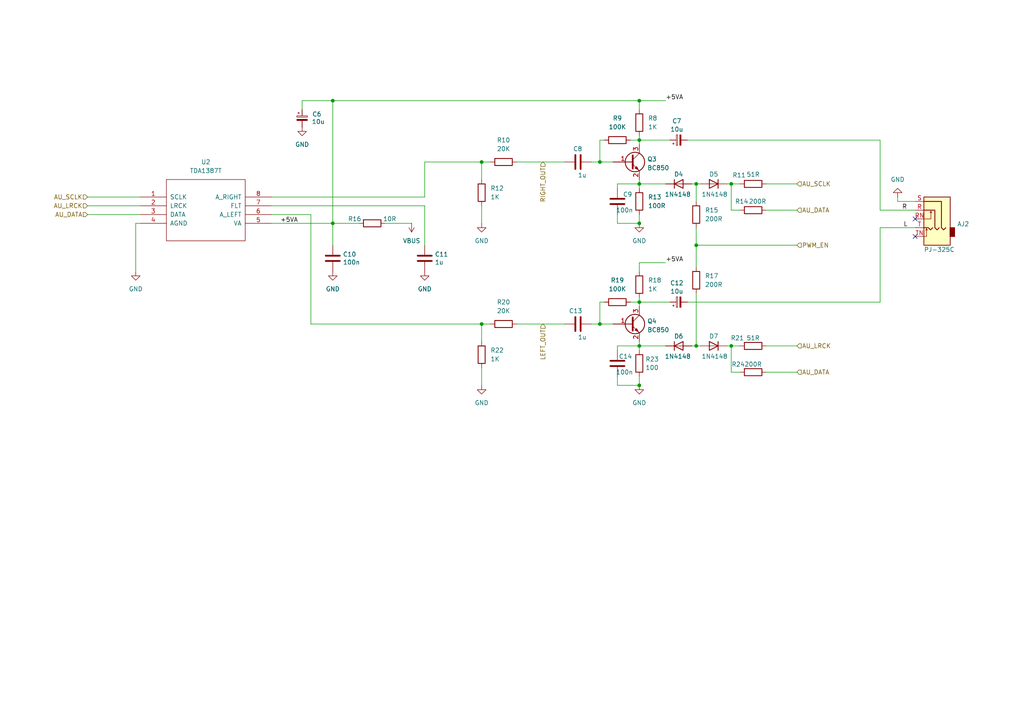
<source format=kicad_sch>
(kicad_sch (version 20231120) (generator "eeschema") (generator_version "8.0")
  (paper "A4")
  (title_block (title "Frank M2") (date "2025-01-31") (rev "1.0") (company "Mikhail Matveev") (comment 1 "https://github.com/xtremespb/frank"))
  (lib_symbols
    (symbol "Connector_Audio:AudioJack3_SwitchTR"
      (property "Reference" "J" (at 0 8.89 0))
      (property "Value" "AudioJack3_SwitchTR" (at 0 6.35 0))
      (symbol "AudioJack3_SwitchTR_0_1"
        (rectangle (start -5.08 -5.08) (end -6.35 -7.62) (stroke (width 0.254)) (fill (type outline)))
        (polyline (pts (xy 0.508 -0.254) (xy 0.762 -0.762)))
        (polyline (pts (xy 1.778 -5.334) (xy 2.032 -5.842)))
        (polyline (pts (xy 0 -5.08) (xy 0.635 -5.715) (xy 1.27 -5.08) (xy 2.54 -5.08)) (stroke (width 0.254)))
        (polyline (pts (xy 2.54 -7.62) (xy 1.778 -7.62) (xy 1.778 -5.334) (xy 1.524 -5.842)))
        (polyline (pts (xy 2.54 -2.54) (xy 0.508 -2.54) (xy 0.508 -0.254) (xy 0.254 -0.762)))
        (polyline (pts (xy -1.905 -5.08) (xy -1.27 -5.715) (xy -0.635 -5.08) (xy -0.635 0) (xy 2.54 0)) (stroke (width 0.254)))
        (polyline (pts (xy 2.54 2.54) (xy -2.54 2.54) (xy -2.54 -5.08) (xy -3.175 -5.715) (xy -3.81 -5.08)) (stroke (width 0.254)))
        (rectangle (start 2.54 3.81) (end -5.08 -10.16) (stroke (width 0.254)) (fill (type background)))
      )
      (symbol "AudioJack3_SwitchTR_1_1"
        (pin passive line (at 5.08 0 180) (length 2.54) (name "~") (number "R"))
        (pin passive line (at 5.08 -2.54 180) (length 2.54) (name "~") (number "RN"))
        (pin passive line (at 5.08 2.54 180) (length 2.54) (name "~") (number "S"))
        (pin passive line (at 5.08 -5.08 180) (length 2.54) (name "~") (number "T"))
        (pin passive line (at 5.08 -7.62 180) (length 2.54) (name "~") (number "TN"))
      )
    )
    (symbol "D_1" (pin_numbers hide) (pin_names (offset 1.016) hide)
      (property "Reference" "D" (at 0 2.54 0))
      (property "Value" "D" (at 0 -2.54 0))
      (symbol "D_1_0_1"
        (polyline (pts (xy -1.27 1.27) (xy -1.27 -1.27)) (stroke (width 0.254)))
        (polyline (pts (xy 1.27 0) (xy -1.27 0)))
        (polyline (pts (xy 1.27 1.27) (xy 1.27 -1.27) (xy -1.27 0) (xy 1.27 1.27)) (stroke (width 0.254)))
      )
      (symbol "D_1_1_1"
        (pin passive line (at -3.81 0 0) (length 2.54) (name "K") (number "1"))
        (pin passive line (at 3.81 0 180) (length 2.54) (name "A") (number "2"))
      )
    )
    (symbol "D_2" (pin_numbers hide) (pin_names (offset 1.016) hide)
      (property "Reference" "D" (at 0 2.54 0))
      (property "Value" "D" (at 0 -2.54 0))
      (symbol "D_2_0_1"
        (polyline (pts (xy -1.27 1.27) (xy -1.27 -1.27)) (stroke (width 0.254)))
        (polyline (pts (xy 1.27 0) (xy -1.27 0)))
        (polyline (pts (xy 1.27 1.27) (xy 1.27 -1.27) (xy -1.27 0) (xy 1.27 1.27)) (stroke (width 0.254)))
      )
      (symbol "D_2_1_1"
        (pin passive line (at -3.81 0 0) (length 2.54) (name "K") (number "1"))
        (pin passive line (at 3.81 0 180) (length 2.54) (name "A") (number "2"))
      )
    )
    (symbol "D_3" (pin_numbers hide) (pin_names (offset 1.016) hide)
      (property "Reference" "D" (at 0 2.54 0))
      (property "Value" "D" (at 0 -2.54 0))
      (symbol "D_3_0_1"
        (polyline (pts (xy -1.27 1.27) (xy -1.27 -1.27)) (stroke (width 0.254)))
        (polyline (pts (xy 1.27 0) (xy -1.27 0)))
        (polyline (pts (xy 1.27 1.27) (xy 1.27 -1.27) (xy -1.27 0) (xy 1.27 1.27)) (stroke (width 0.254)))
      )
      (symbol "D_3_1_1"
        (pin passive line (at -3.81 0 0) (length 2.54) (name "K") (number "1"))
        (pin passive line (at 3.81 0 180) (length 2.54) (name "A") (number "2"))
      )
    )
    (symbol "Device:C" (pin_numbers hide) (pin_names (offset 0.254))
      (property "Reference" "C" (at 0.635 2.54 0))
      (property "Value" "C" (at 0.635 -2.54 0))
      (symbol "C_0_1"
        (polyline (pts (xy -2.032 -0.762) (xy 2.032 -0.762)) (stroke (width 0.508)))
        (polyline (pts (xy -2.032 0.762) (xy 2.032 0.762)) (stroke (width 0.508)))
      )
      (symbol "C_1_1"
        (pin passive line (at 0 3.81 270) (length 2.794) (name "~") (number "1"))
        (pin passive line (at 0 -3.81 90) (length 2.794) (name "~") (number "2"))
      )
    )
    (symbol "Device:C_Polarized_Small" (pin_numbers hide) (pin_names (offset 0.254) hide)
      (property "Reference" "C" (at 0.254 1.778 0))
      (property "Value" "C_Polarized_Small" (at 0.254 -2.032 0))
      (symbol "C_Polarized_Small_0_1"
        (rectangle (start -1.524 -0.3048) (end 1.524 -0.6858) (fill (type outline)))
        (rectangle (start -1.524 0.6858) (end 1.524 0.3048))
        (polyline (pts (xy -1.27 1.524) (xy -0.762 1.524)))
        (polyline (pts (xy -1.016 1.27) (xy -1.016 1.778)))
      )
      (symbol "C_Polarized_Small_1_1"
        (pin passive line (at 0 2.54 270) (length 1.8542) (name "~") (number "1"))
        (pin passive line (at 0 -2.54 90) (length 1.8542) (name "~") (number "2"))
      )
    )
    (symbol "Device:D" (pin_numbers hide) (pin_names (offset 1.016) hide)
      (property "Reference" "D" (at 0 2.54 0))
      (property "Value" "D" (at 0 -2.54 0))
      (symbol "D_0_1"
        (polyline (pts (xy -1.27 1.27) (xy -1.27 -1.27)) (stroke (width 0.254)))
        (polyline (pts (xy 1.27 0) (xy -1.27 0)))
        (polyline (pts (xy 1.27 1.27) (xy 1.27 -1.27) (xy -1.27 0) (xy 1.27 1.27)) (stroke (width 0.254)))
      )
      (symbol "D_1_1"
        (pin passive line (at -3.81 0 0) (length 2.54) (name "K") (number "1"))
        (pin passive line (at 3.81 0 180) (length 2.54) (name "A") (number "2"))
      )
    )
    (symbol "Device:R" (pin_numbers hide) (pin_names (offset 0))
      (property "Reference" "R" (at 2.032 0 90))
      (property "Value" "R" (at 0 0 90))
      (symbol "R_0_1"
        (rectangle (start -1.016 -2.54) (end 1.016 2.54) (stroke (width 0.254)))
      )
      (symbol "R_1_1"
        (pin passive line (at 0 3.81 270) (length 1.27) (name "~") (number "1"))
        (pin passive line (at 0 -3.81 90) (length 1.27) (name "~") (number "2"))
      )
    )
    (symbol "FRANK:TDA1387T" (pin_names (offset 1.016))
      (property "Reference" "U4" (at 0 12.9075 0))
      (property "Value" "TDA1387T" (at 0 10.4832 0))
      (symbol "TDA1387T_1_0"
        (rectangle (start -11.43 -8.89) (end 11.43 8.89))
      )
      (symbol "TDA1387T_1_1"
        (pin input line (at -19.05 3.81 0) (length 7.62) (name "SCLK") (number "1"))
        (pin input line (at -19.05 1.27 0) (length 7.62) (name "LRCK") (number "2"))
        (pin input line (at -19.05 -1.27 0) (length 7.62) (name "DATA") (number "3"))
        (pin input line (at -19.05 -3.81 0) (length 7.62) (name "AGND") (number "4"))
        (pin input line (at 19.05 -3.81 180) (length 7.62) (name "VA") (number "5"))
        (pin input line (at 19.05 -1.27 180) (length 7.62) (name "A_LEFT") (number "6"))
        (pin input line (at 19.05 1.27 180) (length 7.62) (name "FLT") (number "7"))
        (pin input line (at 19.05 3.81 180) (length 7.62) (name "A_RIGHT") (number "8"))
      )
    )
    (symbol "GND_1" (power) (pin_numbers hide) (pin_names (offset 0) hide)
      (property "Value" "GND" (at 0 -3.81 0))
      (symbol "GND_1_0_1"
        (polyline (pts (xy 0 0) (xy 0 -1.27) (xy 1.27 -1.27) (xy 0 -2.54) (xy -1.27 -1.27) (xy 0 -1.27)))
      )
      (symbol "GND_1_1_1"
        (pin power_in line (at 0 0 270) (length 0) (name "~") (number "1"))
      )
    )
    (symbol "GND_2" (power) (pin_numbers hide) (pin_names (offset 0) hide)
      (property "Value" "GND" (at 0 -3.81 0))
      (symbol "GND_2_0_1"
        (polyline (pts (xy 0 0) (xy 0 -1.27) (xy 1.27 -1.27) (xy 0 -2.54) (xy -1.27 -1.27) (xy 0 -1.27)))
      )
      (symbol "GND_2_1_1"
        (pin power_in line (at 0 0 270) (length 0) (name "~") (number "1"))
      )
    )
    (symbol "Transistor_BJT:BC850" (pin_names (offset 0) hide)
      (property "Reference" "Q" (at 5.08 1.905 0))
      (property "Value" "BC850" (at 5.08 0 0))
      (symbol "BC850_0_1"
        (polyline (pts (xy 0.635 0.635) (xy 2.54 2.54)))
        (polyline (pts (xy 0.635 -0.635) (xy 2.54 -2.54) (xy 2.54 -2.54)))
        (polyline (pts (xy 0.635 1.905) (xy 0.635 -1.905) (xy 0.635 -1.905)) (stroke (width 0.508)))
        (polyline (pts (xy 1.27 -1.778) (xy 1.778 -1.27) (xy 2.286 -2.286) (xy 1.27 -1.778) (xy 1.27 -1.778)) (fill (type outline)))
        (circle (center 1.27 0) (radius 2.8194) (stroke (width 0.254)))
      )
      (symbol "BC850_1_1"
        (pin input line (at -5.08 0 0) (length 5.715) (name "B") (number "1"))
        (pin passive line (at 2.54 -5.08 90) (length 2.54) (name "E") (number "2"))
        (pin passive line (at 2.54 5.08 270) (length 2.54) (name "C") (number "3"))
      )
    )
    (symbol "power:VBUS" (power) (pin_numbers hide) (pin_names (offset 0) hide)
      (property "Value" "VBUS" (at 0 3.556 0))
      (symbol "VBUS_0_1"
        (polyline (pts (xy -0.762 1.27) (xy 0 2.54)))
        (polyline (pts (xy 0 0) (xy 0 2.54)))
        (polyline (pts (xy 0 2.54) (xy 0.762 1.27)))
      )
      (symbol "VBUS_1_1"
        (pin power_in line (at 0 0 90) (length 0) (name "~") (number "1"))
      )
    )
  )
  (junction (at 201.93 53.34))
  (junction (at 185.42 53.34))
  (junction (at 201.93 100.33))
  (junction (at 212.09 100.33))
  (junction (at 139.7 46.99))
  (junction (at 185.42 40.64))
  (junction (at 139.7 93.98))
  (junction (at 185.42 100.33))
  (junction (at 212.09 53.34))
  (junction (at 185.42 87.63))
  (junction (at 96.52 29.21))
  (junction (at 185.42 29.21))
  (junction (at 173.99 93.98))
  (junction (at 96.52 64.77))
  (junction (at 201.93 71.12))
  (junction (at 185.42 111.76))
  (junction (at 185.42 64.77))
  (junction (at 173.99 46.99))
  (no_connect (at 265.43 68.58))
  (no_connect (at 265.43 63.5))
  (wire (pts (xy 199.39 40.64) (xy 255.27 40.64)))
  (wire (pts (xy 185.42 53.34) (xy 185.42 52.07)))
  (wire (pts (xy 185.42 87.63) (xy 185.42 88.9)))
  (wire (pts (xy 214.63 107.95) (xy 212.09 107.95)))
  (wire (pts (xy 185.42 40.64) (xy 194.31 40.64)))
  (wire (pts (xy 171.45 93.98) (xy 173.99 93.98)))
  (wire (pts (xy 39.37 64.77) (xy 39.37 78.74)))
  (wire (pts (xy 255.27 87.63) (xy 255.27 66.04)))
  (wire (pts (xy 185.42 76.2) (xy 193.04 76.2)))
  (wire (pts (xy 139.7 93.98) (xy 142.24 93.98)))
  (wire (pts (xy 25.4 62.23) (xy 40.64 62.23)))
  (wire (pts (xy 171.45 46.99) (xy 173.99 46.99)))
  (wire (pts (xy 179.07 100.33) (xy 185.42 100.33)))
  (wire (pts (xy 90.17 93.98) (xy 90.17 62.23)))
  (wire (pts (xy 201.93 71.12) (xy 201.93 77.47)))
  (wire (pts (xy 200.66 100.33) (xy 201.93 100.33)))
  (wire (pts (xy 203.2 100.33) (xy 201.93 100.33)))
  (wire (pts (xy 185.42 40.64) (xy 185.42 41.91)))
  (wire (pts (xy 96.52 29.21) (xy 96.52 64.77)))
  (wire (pts (xy 222.25 60.96) (xy 231.14 60.96)))
  (wire (pts (xy 210.82 53.34) (xy 212.09 53.34)))
  (wire (pts (xy 210.82 100.33) (xy 212.09 100.33)))
  (wire (pts (xy 39.37 64.77) (xy 40.64 64.77)))
  (wire (pts (xy 222.25 100.33) (xy 231.14 100.33)))
  (wire (pts (xy 139.7 59.69) (xy 139.7 64.77)))
  (wire (pts (xy 212.09 107.95) (xy 212.09 100.33)))
  (wire (pts (xy 203.2 53.34) (xy 201.93 53.34)))
  (wire (pts (xy 25.4 59.69) (xy 40.64 59.69)))
  (wire (pts (xy 173.99 40.64) (xy 173.99 46.99)))
  (wire (pts (xy 96.52 64.77) (xy 96.52 71.12)))
  (wire (pts (xy 149.86 93.98) (xy 163.83 93.98)))
  (wire (pts (xy 212.09 60.96) (xy 212.09 53.34)))
  (wire (pts (xy 201.93 85.09) (xy 201.93 100.33)))
  (wire (pts (xy 139.7 46.99) (xy 139.7 52.07)))
  (wire (pts (xy 265.43 60.96) (xy 255.27 60.96)))
  (wire (pts (xy 175.26 87.63) (xy 173.99 87.63)))
  (wire (pts (xy 149.86 46.99) (xy 163.83 46.99)))
  (wire (pts (xy 185.42 100.33) (xy 185.42 99.06)))
  (wire (pts (xy 222.25 107.95) (xy 231.14 107.95)))
  (wire (pts (xy 182.88 87.63) (xy 185.42 87.63)))
  (wire (pts (xy 255.27 60.96) (xy 255.27 40.64)))
  (wire (pts (xy 173.99 46.99) (xy 177.8 46.99)))
  (wire (pts (xy 185.42 100.33) (xy 185.42 101.6)))
  (wire (pts (xy 96.52 64.77) (xy 104.14 64.77)))
  (wire (pts (xy 185.42 86.36) (xy 185.42 87.63)))
  (wire (pts (xy 212.09 100.33) (xy 214.63 100.33)))
  (wire (pts (xy 265.43 58.42) (xy 260.35 58.42)))
  (wire (pts (xy 200.66 53.34) (xy 201.93 53.34)))
  (wire (pts (xy 123.19 59.69) (xy 123.19 71.12)))
  (wire (pts (xy 173.99 87.63) (xy 173.99 93.98)))
  (wire (pts (xy 90.17 93.98) (xy 139.7 93.98)))
  (wire (pts (xy 78.74 62.23) (xy 90.17 62.23)))
  (wire (pts (xy 179.07 111.76) (xy 185.42 111.76)))
  (wire (pts (xy 201.93 53.34) (xy 201.93 58.42)))
  (wire (pts (xy 182.88 40.64) (xy 185.42 40.64)))
  (wire (pts (xy 214.63 60.96) (xy 212.09 60.96)))
  (wire (pts (xy 185.42 29.21) (xy 96.52 29.21)))
  (wire (pts (xy 139.7 93.98) (xy 139.7 99.06)))
  (wire (pts (xy 123.19 57.15) (xy 123.19 46.99)))
  (wire (pts (xy 179.07 109.22) (xy 179.07 111.76)))
  (wire (pts (xy 201.93 71.12) (xy 231.14 71.12)))
  (wire (pts (xy 255.27 66.04) (xy 265.43 66.04)))
  (wire (pts (xy 139.7 106.68) (xy 139.7 111.76)))
  (wire (pts (xy 179.07 64.77) (xy 185.42 64.77)))
  (wire (pts (xy 173.99 93.98) (xy 177.8 93.98)))
  (wire (pts (xy 193.04 100.33) (xy 185.42 100.33)))
  (wire (pts (xy 87.63 29.21) (xy 96.52 29.21)))
  (wire (pts (xy 179.07 101.6) (xy 179.07 100.33)))
  (wire (pts (xy 78.74 64.77) (xy 96.52 64.77)))
  (wire (pts (xy 179.07 53.34) (xy 185.42 53.34)))
  (wire (pts (xy 175.26 40.64) (xy 173.99 40.64)))
  (wire (pts (xy 78.74 59.69) (xy 123.19 59.69)))
  (wire (pts (xy 185.42 109.22) (xy 185.42 111.76)))
  (wire (pts (xy 25.4 57.15) (xy 40.64 57.15)))
  (wire (pts (xy 193.04 53.34) (xy 185.42 53.34)))
  (wire (pts (xy 185.42 53.34) (xy 185.42 54.61)))
  (wire (pts (xy 185.42 62.23) (xy 185.42 64.77)))
  (wire (pts (xy 111.76 64.77) (xy 119.38 64.77)))
  (wire (pts (xy 139.7 46.99) (xy 142.24 46.99)))
  (wire (pts (xy 185.42 39.37) (xy 185.42 40.64)))
  (wire (pts (xy 260.35 58.42) (xy 260.35 57.15)))
  (wire (pts (xy 179.07 54.61) (xy 179.07 53.34)))
  (wire (pts (xy 185.42 31.75) (xy 185.42 29.21)))
  (wire (pts (xy 179.07 62.23) (xy 179.07 64.77)))
  (wire (pts (xy 123.19 46.99) (xy 139.7 46.99)))
  (wire (pts (xy 185.42 87.63) (xy 194.31 87.63)))
  (wire (pts (xy 78.74 57.15) (xy 123.19 57.15)))
  (wire (pts (xy 199.39 87.63) (xy 255.27 87.63)))
  (wire (pts (xy 201.93 66.04) (xy 201.93 71.12)))
  (wire (pts (xy 212.09 53.34) (xy 214.63 53.34)))
  (wire (pts (xy 87.63 31.75) (xy 87.63 29.21)))
  (wire (pts (xy 222.25 53.34) (xy 231.14 53.34)))
  (wire (pts (xy 185.42 29.21) (xy 193.04 29.21)))
  (wire (pts (xy 185.42 78.74) (xy 185.42 76.2)))
  (label "L" (at 262.0368 66.04 0))
  (label "+5VA" (at 193.04 29.21 0))
  (label "R" (at 261.62 60.96 0))
  (label "+5VA" (at 193.04 76.2 0))
  (label "+5VA" (at 81.28 64.77 0))
  (hierarchical_label "AU_LRCK" (shape input) (at 231.14 100.33 0))
  (hierarchical_label "AU_DATA" (shape input) (at 231.14 107.95 0))
  (hierarchical_label "AU_SCLK" (shape input) (at 25.4 57.15 180))
  (hierarchical_label "AU_DATA" (shape input) (at 231.14 60.96 0))
  (hierarchical_label "AU_LRCK" (shape input) (at 25.4 59.69 180))
  (hierarchical_label "PWM_EN" (shape input) (at 231.14 71.12 0))
  (hierarchical_label "RIGHT_OUT" (shape input) (at 157.48 46.99 270))
  (hierarchical_label "LEFT_OUT" (shape input) (at 157.48 93.98 270))
  (hierarchical_label "AU_SCLK" (shape input) (at 231.14 53.34 0))
  (hierarchical_label "AU_DATA" (shape input) (at 25.4 62.23 180))
  (symbol (lib_name "GND_2") (lib_id "power:GND") (at 185.42 64.77 0) (unit 1)
    (property "Reference" "#PWR021" (effects (hide yes)))
    (property "Value" "GND" (at 185.42 69.85 0))
    (property "Description" "Power symbol creates a global label with name \"GND\" , ground" (effects (hide yes)))
    (instances (project "38NJU24" (path "" (reference "#PWR021") (unit 1))) (project "38NJU24" (path "" (reference "#PWR043") (unit 1))))
  )
  (symbol (lib_id "Device:R") (at 218.44 100.33 90) (unit 1)
    (property "Reference" "R21" (at 213.868 98.044 90))
    (property "Value" "51R" (at 218.44 98.044 90))
    (property "Footprint" "FRANK:Resistor (0805)" (effects (hide yes)))
    (property "Datasheet" "https://www.vishay.com/docs/28952/mcs0402at-mct0603at-mcu0805at-mca1206at.pdf" (effects (hide yes)))
    (property "AliExpress" "https://www.aliexpress.com/item/1005005945735199.html" (effects (hide yes)))
    (instances (project "38NJU24" (path "" (reference "R21") (unit 1))) (project "38NJU24" (path "" (reference "R31") (unit 1))))
  )
  (symbol (lib_name "GND_2") (lib_id "power:GND") (at 123.19 78.74 0) (unit 1)
    (property "Reference" "#PWR024" (effects (hide yes)))
    (property "Value" "GND" (at 123.19 83.82 0))
    (property "Description" "Power symbol creates a global label with name \"GND\" , ground" (effects (hide yes)))
    (instances (project "38NJU24" (path "" (reference "#PWR024") (unit 1))) (project "38NJU24" (path "" (reference "#PWR046") (unit 1))))
  )
  (symbol (lib_id "Device:C") (at 123.19 74.93 0) (unit 1)
    (property "Reference" "C11" (at 126.111 73.7616 0) (effects (justify left)))
    (property "Value" "1u" (at 126.111 76.073 0) (effects (justify left)))
    (property "Footprint" "FRANK:Capacitor (0805)" (effects (hide yes)))
    (property "Datasheet" "https://eu.mouser.com/datasheet/2/40/KGM_X7R-3223212.pdf" (effects (hide yes)))
    (property "AliExpress" "https://www.aliexpress.com/item/33008008276.html" (effects (hide yes)))
    (instances (project "38NJU24" (path "" (reference "C11") (unit 1))) (project "38NJU24" (path "" (reference "C26") (unit 1))))
  )
  (symbol (lib_name "D_2") (lib_id "Device:D") (at 207.01 100.33 0) (mirror y) (unit 1)
    (property "Reference" "D7" (at 207.01 97.536 0))
    (property "Value" "1N4148" (at 207.264 103.378 0))
    (property "Footprint" "FRANK:Diode (SOD-323)" (effects (hide yes)))
    (property "Datasheet" "https://www.vishay.com/docs/40002/293d.pdf" (effects (hide yes)))
    (property "Description" "Diode" (effects (hide yes)))
    (property "Sim.Device" "D" (effects (hide yes)))
    (property "Sim.Pins" "1=K 2=A" (effects (hide yes)))
    (property "AliExpress" "https://www.aliexpress.com/item/1005005707644429.html" (effects (hide yes)))
    (instances (project "38NJU24" (path "" (reference "D7") (unit 1))) (project "38NJU24" (path "" (reference "D8") (unit 1))))
  )
  (symbol (lib_id "Transistor_BJT:BC850") (at 182.88 93.98 0) (unit 1)
    (property "Reference" "Q4" (at 187.7314 93.1453 0) (effects (justify left)))
    (property "Value" "BC850" (at 187.7314 95.6822 0) (effects (justify left)))
    (property "Footprint" "FRANK:SOT-23" (effects (hide yes)))
    (property "Datasheet" "http://www.infineon.com/dgdl/Infineon-BC847SERIES_BC848SERIES_BC849SERIES_BC850SERIES-DS-v01_01-en.pdf?fileId=db3a304314dca389011541d4630a1657" (effects (hide yes)))
    (property "AliExpress" "https://www.aliexpress.com/item/33017911878.html" (effects (hide yes)))
    (instances (project "38NJU24" (path "" (reference "Q4") (unit 1))) (project "38NJU24" (path "" (reference "Q2") (unit 1))))
  )
  (symbol (lib_id "Device:R") (at 218.44 60.96 90) (unit 1)
    (property "Reference" "R14" (at 215.138 58.42 90))
    (property "Value" "200R" (at 219.71 58.42 90))
    (property "Footprint" "FRANK:Resistor (0805)" (effects (hide yes)))
    (property "Datasheet" "https://www.vishay.com/docs/28952/mcs0402at-mct0603at-mcu0805at-mca1206at.pdf" (effects (hide yes)))
    (property "AliExpress" "https://www.aliexpress.com/item/1005005945735199.html" (effects (hide yes)))
    (instances (project "38NJU24" (path "" (reference "R14") (unit 1))) (project "38NJU24" (path "" (reference "R24") (unit 1))))
  )
  (symbol (lib_id "Device:R") (at 139.7 55.88 0) (unit 1)
    (property "Reference" "R12" (at 142.24 54.6099 0) (effects (justify left)))
    (property "Value" "1K" (at 142.24 57.1499 0) (effects (justify left)))
    (property "Footprint" "FRANK:Resistor (0805)" (effects (hide yes)))
    (property "Datasheet" "https://www.vishay.com/docs/28952/mcs0402at-mct0603at-mcu0805at-mca1206at.pdf" (effects (hide yes)))
    (property "AliExpress" "https://www.vishay.com/docs/28952/mcs0402at-mct0603at-mcu0805at-mca1206at.pdf" (effects (hide yes)))
    (instances (project "38NJU24" (path "" (reference "R12") (unit 1))) (project "38NJU24" (path "" (reference "R22") (unit 1))))
  )
  (symbol (lib_id "Device:R") (at 185.42 35.56 0) (unit 1)
    (property "Reference" "R8" (at 187.96 34.2899 0) (effects (justify left)))
    (property "Value" "1K" (at 187.96 36.8299 0) (effects (justify left)))
    (property "Footprint" "FRANK:Resistor (0805)" (effects (hide yes)))
    (property "Datasheet" "https://www.vishay.com/docs/28952/mcs0402at-mct0603at-mcu0805at-mca1206at.pdf" (effects (hide yes)))
    (property "AliExpress" "https://www.vishay.com/docs/28952/mcs0402at-mct0603at-mcu0805at-mca1206at.pdf" (effects (hide yes)))
    (instances (project "38NJU24" (path "" (reference "R8") (unit 1))) (project "38NJU24" (path "" (reference "R18") (unit 1))))
  )
  (symbol (lib_name "D_3") (lib_id "Device:D") (at 196.85 53.34 0) (unit 1)
    (property "Reference" "D4" (at 196.85 50.546 0))
    (property "Value" "1N4148" (at 196.596 56.388 0))
    (property "Footprint" "FRANK:Diode (SOD-323)" (effects (hide yes)))
    (property "Datasheet" "https://www.vishay.com/docs/40002/293d.pdf" (effects (hide yes)))
    (property "Description" "Diode" (effects (hide yes)))
    (property "Sim.Device" "D" (effects (hide yes)))
    (property "Sim.Pins" "1=K 2=A" (effects (hide yes)))
    (property "AliExpress" "https://www.aliexpress.com/item/1005005707644429.html" (effects (hide yes)))
    (instances (project "38NJU24" (path "" (reference "D4") (unit 1))) (project "38NJU24" (path "" (reference "D5") (unit 1))))
  )
  (symbol (lib_id "Device:C") (at 179.07 105.41 180) (unit 1)
    (property "Reference" "C14" (at 183.388 103.378 0) (effects (justify left)))
    (property "Value" "100n" (at 183.642 107.95 0) (effects (justify left)))
    (property "Footprint" "FRANK:Capacitor (0805)" (effects (hide yes)))
    (property "Datasheet" "https://eu.mouser.com/datasheet/2/40/KGM_X7R-3223212.pdf" (effects (hide yes)))
    (property "AliExpress" "https://www.aliexpress.com/item/33008008276.html" (effects (hide yes)))
    (instances (project "38NJU24" (path "" (reference "C14") (unit 1))) (project "38NJU24" (path "" (reference "C29") (unit 1))))
  )
  (symbol (lib_name "GND_1") (lib_id "power:GND") (at 260.35 57.15 180) (unit 1)
    (property "Reference" "#PWR018" (effects (hide yes)))
    (property "Value" "GND" (at 260.35 52.07 0))
    (property "Description" "Power symbol creates a global label with name \"GND\" , ground" (effects (hide yes)))
    (instances (project "" (path "" (reference "#PWR018") (unit 1))) (project "" (path "" (reference "#PWR040") (unit 1))))
  )
  (symbol (lib_id "Device:R") (at 179.07 87.63 90) (unit 1)
    (property "Reference" "R19" (at 179.07 81.28 90))
    (property "Value" "100K" (at 179.07 83.82 90))
    (property "Footprint" "FRANK:Resistor (0805)" (effects (hide yes)))
    (property "Datasheet" "https://www.vishay.com/docs/28952/mcs0402at-mct0603at-mcu0805at-mca1206at.pdf" (effects (hide yes)))
    (property "AliExpress" "https://www.aliexpress.com/item/1005005945735199.html" (effects (hide yes)))
    (instances (project "38NJU24" (path "" (reference "R19") (unit 1))) (project "38NJU24" (path "" (reference "R29") (unit 1))))
  )
  (symbol (lib_name "GND_2") (lib_id "power:GND") (at 139.7 64.77 0) (unit 1)
    (property "Reference" "#PWR020" (effects (hide yes)))
    (property "Value" "GND" (at 139.7 69.85 0))
    (property "Description" "Power symbol creates a global label with name \"GND\" , ground" (effects (hide yes)))
    (instances (project "38NJU24" (path "" (reference "#PWR020") (unit 1))) (project "38NJU24" (path "" (reference "#PWR042") (unit 1))))
  )
  (symbol (lib_id "Transistor_BJT:BC850") (at 182.88 46.99 0) (unit 1)
    (property "Reference" "Q3" (at 187.7314 46.1553 0) (effects (justify left)))
    (property "Value" "BC850" (at 187.7314 48.6922 0) (effects (justify left)))
    (property "Footprint" "FRANK:SOT-23" (effects (hide yes)))
    (property "Datasheet" "http://www.infineon.com/dgdl/Infineon-BC847SERIES_BC848SERIES_BC849SERIES_BC850SERIES-DS-v01_01-en.pdf?fileId=db3a304314dca389011541d4630a1657" (effects (hide yes)))
    (property "AliExpress" "https://www.aliexpress.com/item/33017911878.html" (effects (hide yes)))
    (instances (project "38NJU24" (path "" (reference "Q3") (unit 1))) (project "38NJU24" (path "" (reference "Q1") (unit 1))))
  )
  (symbol (lib_id "FRANK:TDA1387T") (at 59.69 60.96 0) (unit 1)
    (property "Reference" "U2" (at 59.69 46.99 0))
    (property "Value" "TDA1387T" (at 59.69 49.53 0))
    (property "Footprint" "FRANK:SO-8" (effects (hide yes)))
    (property "Datasheet" "https://github.com/xtremespb/frank/blob/master/hardware/minifrank_gen2/DOCS/TDA1387T.pdf" (effects (hide yes)))
    (property "AliExpress" "https://www.aliexpress.com/item/32995595000.html" (effects (hide yes)))
    (instances (project "38NJU24" (path "" (reference "U2") (unit 1))) (project "38NJU24" (path "" (reference "U5") (unit 1))))
  )
  (symbol (lib_id "Device:R") (at 218.44 53.34 90) (unit 1)
    (property "Reference" "R11" (at 214.376 50.8 90))
    (property "Value" "51R" (at 218.44 50.6038 90))
    (property "Footprint" "FRANK:Resistor (0805)" (effects (hide yes)))
    (property "Datasheet" "https://www.vishay.com/docs/28952/mcs0402at-mct0603at-mcu0805at-mca1206at.pdf" (effects (hide yes)))
    (property "AliExpress" "https://www.aliexpress.com/item/1005005945735199.html" (effects (hide yes)))
    (instances (project "38NJU24" (path "" (reference "R11") (unit 1))) (project "38NJU24" (path "" (reference "R21") (unit 1))))
  )
  (symbol (lib_id "Device:C_Polarized_Small") (at 87.63 34.29 0) (unit 1)
    (property "Reference" "C6" (at 90.551 33.1216 0) (effects (justify left)))
    (property "Value" "10u" (at 90.424 35.306 0) (effects (justify left)))
    (property "Footprint" "FRANK:Capacitor (3528, tantalum, polar)" (effects (hide yes)))
    (property "Datasheet" "https://gr.mouser.com/datasheet/2/447/KEM_T2005_T491-3316937.pdf" (effects (hide yes)))
    (property "Description" "Polarized capacitor, small symbol" (effects (hide yes)))
    (property "AliExpress" "https://www.aliexpress.com/item/1005006870280809.html" (effects (hide yes)))
    (instances (project "38NJU24" (path "" (reference "C6") (unit 1))) (project "38NJU24" (path "" (reference "C21") (unit 1))))
  )
  (symbol (lib_name "GND_2") (lib_id "power:GND") (at 96.52 78.74 0) (unit 1)
    (property "Reference" "#PWR023" (effects (hide yes)))
    (property "Value" "GND" (at 96.52 83.82 0))
    (property "Description" "Power symbol creates a global label with name \"GND\" , ground" (effects (hide yes)))
    (instances (project "" (path "" (reference "#PWR023") (unit 1))) (project "" (path "" (reference "#PWR045") (unit 1))))
  )
  (symbol (lib_id "Device:D") (at 207.01 53.34 0) (mirror y) (unit 1)
    (property "Reference" "D5" (at 207.01 50.546 0))
    (property "Value" "1N4148" (at 207.264 56.388 0))
    (property "Footprint" "FRANK:Diode (SOD-323)" (effects (hide yes)))
    (property "Datasheet" "https://www.vishay.com/docs/40002/293d.pdf" (effects (hide yes)))
    (property "Description" "Diode" (effects (hide yes)))
    (property "Sim.Device" "D" (effects (hide yes)))
    (property "Sim.Pins" "1=K 2=A" (effects (hide yes)))
    (property "AliExpress" "https://www.aliexpress.com/item/1005005707644429.html" (effects (hide yes)))
    (instances (project "38NJU24" (path "" (reference "D5") (unit 1))) (project "38NJU24" (path "" (reference "D6") (unit 1))))
  )
  (symbol (lib_id "Device:R") (at 218.44 107.95 90) (unit 1)
    (property "Reference" "R24" (at 214.122 105.664 90))
    (property "Value" "200R" (at 218.44 105.664 90))
    (property "Footprint" "FRANK:Resistor (0805)" (effects (hide yes)))
    (property "Datasheet" "https://www.vishay.com/docs/28952/mcs0402at-mct0603at-mcu0805at-mca1206at.pdf" (effects (hide yes)))
    (property "AliExpress" "https://www.aliexpress.com/item/1005005945735199.html" (effects (hide yes)))
    (instances (project "38NJU24" (path "" (reference "R24") (unit 1))) (project "38NJU24" (path "" (reference "R34") (unit 1))))
  )
  (symbol (lib_id "Device:C") (at 167.64 46.99 90) (unit 1)
    (property "Reference" "C8" (at 168.91 43.18 90) (effects (justify left)))
    (property "Value" "1u" (at 170.18 50.8 90) (effects (justify left)))
    (property "Footprint" "FRANK:Capacitor (0805)" (effects (hide yes)))
    (property "Datasheet" "https://eu.mouser.com/datasheet/2/40/KGM_X7R-3223212.pdf" (effects (hide yes)))
    (property "AliExpress" "https://www.aliexpress.com/item/33008008276.html" (effects (hide yes)))
    (instances (project "38NJU24" (path "" (reference "C8") (unit 1))) (project "38NJU24" (path "" (reference "C23") (unit 1))))
  )
  (symbol (lib_id "Device:R") (at 185.42 82.55 0) (unit 1)
    (property "Reference" "R18" (at 187.96 81.2799 0) (effects (justify left)))
    (property "Value" "1K" (at 187.96 83.8199 0) (effects (justify left)))
    (property "Footprint" "FRANK:Resistor (0805)" (effects (hide yes)))
    (property "Datasheet" "https://www.vishay.com/docs/28952/mcs0402at-mct0603at-mcu0805at-mca1206at.pdf" (effects (hide yes)))
    (property "AliExpress" "https://www.vishay.com/docs/28952/mcs0402at-mct0603at-mcu0805at-mca1206at.pdf" (effects (hide yes)))
    (instances (project "38NJU24" (path "" (reference "R18") (unit 1))) (project "38NJU24" (path "" (reference "R28") (unit 1))))
  )
  (symbol (lib_id "Device:R") (at 107.95 64.77 90) (unit 1)
    (property "Reference" "R16" (at 102.87 63.5 90))
    (property "Value" "10R" (at 113.03 63.5 90))
    (property "Footprint" "FRANK:Resistor (0805)" (effects (hide yes)))
    (property "Datasheet" "https://www.vishay.com/docs/28952/mcs0402at-mct0603at-mcu0805at-mca1206at.pdf" (effects (hide yes)))
    (property "AliExpress" "https://www.aliexpress.com/item/1005005945735199.html" (effects (hide yes)))
    (instances (project "38NJU24" (path "" (reference "R16") (unit 1))) (project "38NJU24" (path "" (reference "R26") (unit 1))))
  )
  (symbol (lib_id "Device:R") (at 201.93 62.23 0) (unit 1)
    (property "Reference" "R15" (at 204.47 60.9599 0) (effects (justify left)))
    (property "Value" "200R" (at 204.47 63.4999 0) (effects (justify left)))
    (property "Footprint" "FRANK:Resistor (0805)" (effects (hide yes)))
    (property "Datasheet" "https://www.vishay.com/docs/28952/mcs0402at-mct0603at-mcu0805at-mca1206at.pdf" (effects (hide yes)))
    (property "AliExpress" "https://www.aliexpress.com/item/1005005945735199.html" (effects (hide yes)))
    (instances (project "38NJU24" (path "" (reference "R15") (unit 1))) (project "38NJU24" (path "" (reference "R25") (unit 1))))
  )
  (symbol (lib_name "GND_2") (lib_id "power:GND") (at 185.42 111.76 0) (unit 1)
    (property "Reference" "#PWR026" (effects (hide yes)))
    (property "Value" "GND" (at 185.42 116.84 0))
    (property "Description" "Power symbol creates a global label with name \"GND\" , ground" (effects (hide yes)))
    (instances (project "38NJU24" (path "" (reference "#PWR026") (unit 1))) (project "38NJU24" (path "" (reference "#PWR048") (unit 1))))
  )
  (symbol (lib_id "Device:C") (at 96.52 74.93 0) (unit 1)
    (property "Reference" "C10" (at 99.441 73.7616 0) (effects (justify left)))
    (property "Value" "100n" (at 99.441 76.073 0) (effects (justify left)))
    (property "Footprint" "FRANK:Capacitor (0805)" (effects (hide yes)))
    (property "Datasheet" "https://eu.mouser.com/datasheet/2/40/KGM_X7R-3223212.pdf" (effects (hide yes)))
    (property "AliExpress" "https://www.aliexpress.com/item/33008008276.html" (effects (hide yes)))
    (instances (project "38NJU24" (path "" (reference "C10") (unit 1))) (project "38NJU24" (path "" (reference "C25") (unit 1))))
  )
  (symbol (lib_id "Device:R") (at 146.05 46.99 90) (unit 1)
    (property "Reference" "R10" (at 146.05 40.64 90))
    (property "Value" "20K" (at 146.05 43.18 90))
    (property "Footprint" "FRANK:Resistor (0805)" (effects (hide yes)))
    (property "Datasheet" "https://www.vishay.com/docs/28952/mcs0402at-mct0603at-mcu0805at-mca1206at.pdf" (effects (hide yes)))
    (property "AliExpress" "https://www.aliexpress.com/item/1005005945735199.html" (effects (hide yes)))
    (instances (project "38NJU24" (path "" (reference "R10") (unit 1))) (project "38NJU24" (path "" (reference "R20") (unit 1))))
  )
  (symbol (lib_id "Device:C") (at 179.07 58.42 180) (unit 1)
    (property "Reference" "C9" (at 183.388 56.388 0) (effects (justify left)))
    (property "Value" "100n" (at 183.642 60.96 0) (effects (justify left)))
    (property "Footprint" "FRANK:Capacitor (0805)" (effects (hide yes)))
    (property "Datasheet" "https://eu.mouser.com/datasheet/2/40/KGM_X7R-3223212.pdf" (effects (hide yes)))
    (property "AliExpress" "https://www.aliexpress.com/item/33008008276.html" (effects (hide yes)))
    (instances (project "38NJU24" (path "" (reference "C9") (unit 1))) (project "38NJU24" (path "" (reference "C24") (unit 1))))
  )
  (symbol (lib_id "Device:C") (at 167.64 93.98 90) (unit 1)
    (property "Reference" "C13" (at 168.91 90.17 90) (effects (justify left)))
    (property "Value" "1u" (at 170.18 97.79 90) (effects (justify left)))
    (property "Footprint" "FRANK:Capacitor (0805)" (effects (hide yes)))
    (property "Datasheet" "https://eu.mouser.com/datasheet/2/40/KGM_X7R-3223212.pdf" (effects (hide yes)))
    (property "AliExpress" "https://www.aliexpress.com/item/33008008276.html" (effects (hide yes)))
    (instances (project "38NJU24" (path "" (reference "C13") (unit 1))) (project "38NJU24" (path "" (reference "C28") (unit 1))))
  )
  (symbol (lib_id "Device:C_Polarized_Small") (at 196.85 87.63 90) (unit 1)
    (property "Reference" "C12" (at 196.3039 82.0885 90))
    (property "Value" "10u" (at 196.3039 84.5128 90))
    (property "Footprint" "FRANK:Capacitor (3528, tantalum, polar)" (effects (hide yes)))
    (property "Datasheet" "https://gr.mouser.com/datasheet/2/447/KEM_T2005_T491-3316937.pdf" (effects (hide yes)))
    (property "AliExpress" "https://www.aliexpress.com/item/1005006870280809.html" (effects (hide yes)))
    (instances (project "38NJU24" (path "" (reference "C12") (unit 1))) (project "38NJU24" (path "" (reference "C27") (unit 1))))
  )
  (symbol (lib_id "Device:R") (at 201.93 81.28 0) (unit 1)
    (property "Reference" "R17" (at 204.47 80.0099 0) (effects (justify left)))
    (property "Value" "200R" (at 204.47 82.5499 0) (effects (justify left)))
    (property "Footprint" "FRANK:Resistor (0805)" (effects (hide yes)))
    (property "Datasheet" "https://www.vishay.com/docs/28952/mcs0402at-mct0603at-mcu0805at-mca1206at.pdf" (effects (hide yes)))
    (property "AliExpress" "https://www.aliexpress.com/item/1005005945735199.html" (effects (hide yes)))
    (instances (project "38NJU24" (path "" (reference "R17") (unit 1))) (project "38NJU24" (path "" (reference "R27") (unit 1))))
  )
  (symbol (lib_id "Device:R") (at 185.42 105.41 0) (unit 1)
    (property "Reference" "R23" (at 187.198 104.1978 0) (effects (justify left)))
    (property "Value" "100" (at 187.198 106.6221 0) (effects (justify left)))
    (property "Footprint" "FRANK:Resistor (0805)" (effects (hide yes)))
    (property "Datasheet" "https://www.vishay.com/docs/28952/mcs0402at-mct0603at-mcu0805at-mca1206at.pdf" (effects (hide yes)))
    (property "AliExpress" "https://www.aliexpress.com/item/1005005945735199.html" (effects (hide yes)))
    (instances (project "38NJU24" (path "" (reference "R23") (unit 1))) (project "38NJU24" (path "" (reference "R33") (unit 1))))
  )
  (symbol (lib_id "Device:R") (at 146.05 93.98 90) (unit 1)
    (property "Reference" "R20" (at 146.05 87.63 90))
    (property "Value" "20K" (at 146.05 90.17 90))
    (property "Footprint" "FRANK:Resistor (0805)" (effects (hide yes)))
    (property "Datasheet" "https://www.vishay.com/docs/28952/mcs0402at-mct0603at-mcu0805at-mca1206at.pdf" (effects (hide yes)))
    (property "AliExpress" "https://www.aliexpress.com/item/1005005945735199.html" (effects (hide yes)))
    (instances (project "38NJU24" (path "" (reference "R20") (unit 1))) (project "38NJU24" (path "" (reference "R30") (unit 1))))
  )
  (symbol (lib_id "Device:R") (at 185.42 58.42 0) (unit 1)
    (property "Reference" "R13" (at 187.96 57.1499 0) (effects (justify left)))
    (property "Value" "100R" (at 187.96 59.6899 0) (effects (justify left)))
    (property "Footprint" "FRANK:Resistor (0805)" (effects (hide yes)))
    (property "Datasheet" "https://www.vishay.com/docs/28952/mcs0402at-mct0603at-mcu0805at-mca1206at.pdf" (effects (hide yes)))
    (property "AliExpress" "https://www.aliexpress.com/item/1005005945735199.html" (effects (hide yes)))
    (instances (project "38NJU24" (path "" (reference "R13") (unit 1))) (project "38NJU24" (path "" (reference "R23") (unit 1))))
  )
  (symbol (lib_id "Device:R") (at 179.07 40.64 90) (unit 1)
    (property "Reference" "R9" (at 179.07 34.29 90))
    (property "Value" "100K" (at 179.07 36.83 90))
    (property "Footprint" "FRANK:Resistor (0805)" (effects (hide yes)))
    (property "Datasheet" "https://www.vishay.com/docs/28952/mcs0402at-mct0603at-mcu0805at-mca1206at.pdf" (effects (hide yes)))
    (property "AliExpress" "https://www.aliexpress.com/item/1005005945735199.html" (effects (hide yes)))
    (instances (project "38NJU24" (path "" (reference "R9") (unit 1))) (project "38NJU24" (path "" (reference "R19") (unit 1))))
  )
  (symbol (lib_id "Device:C_Polarized_Small") (at 196.85 40.64 90) (unit 1)
    (property "Reference" "C7" (at 196.3039 35.0985 90))
    (property "Value" "10u" (at 196.3039 37.5228 90))
    (property "Footprint" "FRANK:Capacitor (3528, tantalum, polar)" (effects (hide yes)))
    (property "Datasheet" "https://gr.mouser.com/datasheet/2/447/KEM_T2005_T491-3316937.pdf" (effects (hide yes)))
    (property "AliExpress" "https://www.aliexpress.com/item/1005006870280809.html" (effects (hide yes)))
    (instances (project "38NJU24" (path "" (reference "C7") (unit 1))) (project "38NJU24" (path "" (reference "C22") (unit 1))))
  )
  (symbol (lib_name "GND_2") (lib_id "power:GND") (at 139.7 111.76 0) (unit 1)
    (property "Reference" "#PWR025" (effects (hide yes)))
    (property "Value" "GND" (at 139.7 116.84 0))
    (property "Description" "Power symbol creates a global label with name \"GND\" , ground" (effects (hide yes)))
    (instances (project "38NJU24" (path "" (reference "#PWR025") (unit 1))) (project "38NJU24" (path "" (reference "#PWR047") (unit 1))))
  )
  (symbol (lib_id "Device:R") (at 139.7 102.87 0) (unit 1)
    (property "Reference" "R22" (at 142.24 101.5999 0) (effects (justify left)))
    (property "Value" "1K" (at 142.24 104.1399 0) (effects (justify left)))
    (property "Footprint" "FRANK:Resistor (0805)" (effects (hide yes)))
    (property "Datasheet" "https://www.vishay.com/docs/28952/mcs0402at-mct0603at-mcu0805at-mca1206at.pdf" (effects (hide yes)))
    (property "AliExpress" "https://www.vishay.com/docs/28952/mcs0402at-mct0603at-mcu0805at-mca1206at.pdf" (effects (hide yes)))
    (instances (project "38NJU24" (path "" (reference "R22") (unit 1))) (project "38NJU24" (path "" (reference "R32") (unit 1))))
  )
  (symbol (lib_name "D_1") (lib_id "Device:D") (at 196.85 100.33 0) (unit 1)
    (property "Reference" "D6" (at 196.85 97.536 0))
    (property "Value" "1N4148" (at 196.596 103.378 0))
    (property "Footprint" "FRANK:Diode (SOD-323)" (effects (hide yes)))
    (property "Datasheet" "https://www.vishay.com/docs/40002/293d.pdf" (effects (hide yes)))
    (property "Description" "Diode" (effects (hide yes)))
    (property "Sim.Device" "D" (effects (hide yes)))
    (property "Sim.Pins" "1=K 2=A" (effects (hide yes)))
    (property "AliExpress" "https://www.aliexpress.com/item/1005005707644429.html" (effects (hide yes)))
    (instances (project "38NJU24" (path "" (reference "D6") (unit 1))) (project "38NJU24" (path "" (reference "D7") (unit 1))))
  )
  (symbol (lib_id "Connector_Audio:AudioJack3_SwitchTR") (at 270.51 60.96 0) (mirror y) (unit 1)
    (property "Reference" "AJ2" (at 277.6219 64.9697 0) (effects (justify right)))
    (property "Value" "PJ-325C" (at 267.97 72.39 0) (effects (justify right)))
    (property "Footprint" "FRANK:Jack (3.5mm)" (effects (hide yes)))
    (property "Datasheet" "https://eu.mouser.com/datasheet/2/1628/sj1_353xng-3511142.pdf" (effects (hide yes)))
    (property "Description" "Audio Jack, 3 Poles (Stereo / TRS), Switched TR Poles (Normalling)" (effects (hide yes)))
    (property "AliExpress" "https://www.aliexpress.com/item/1005006710837751.html" (effects (hide yes)))
    (instances (project "38NJU24" (path "" (reference "AJ2") (unit 1))) (project "38NJU24" (path "" (reference "AJ1") (unit 1))))
  )
  (symbol (lib_name "GND_2") (lib_id "power:GND") (at 39.37 78.74 0) (unit 1)
    (property "Reference" "#PWR022" (effects (hide yes)))
    (property "Value" "GND" (at 39.37 83.82 0))
    (property "Description" "Power symbol creates a global label with name \"GND\" , ground" (effects (hide yes)))
    (instances (project "38NJU24" (path "" (reference "#PWR022") (unit 1))) (project "38NJU24" (path "" (reference "#PWR044") (unit 1))))
  )
  (symbol (lib_id "power:VBUS") (at 119.38 64.77 180) (unit 1)
    (property "Reference" "#PWR019" (effects (hide yes)))
    (property "Value" "VBUS" (at 119.38 69.85 0))
    (property "Description" "Power symbol creates a global label with name \"VBUS\"" (effects (hide yes)))
    (instances (project "" (path "" (reference "#PWR019") (unit 1))) (project "" (path "" (reference "#PWR041") (unit 1))))
  )
  (symbol (lib_name "GND_2") (lib_id "power:GND") (at 87.63 36.83 0) (unit 1)
    (property "Reference" "#PWR017" (effects (hide yes)))
    (property "Value" "GND" (at 87.63 41.91 0))
    (property "Description" "Power symbol creates a global label with name \"GND\" , ground" (effects (hide yes)))
    (instances (project "38NJU24" (path "" (reference "#PWR017") (unit 1))) (project "38NJU24" (path "" (reference "#PWR039") (unit 1))))
  )
)
</source>
